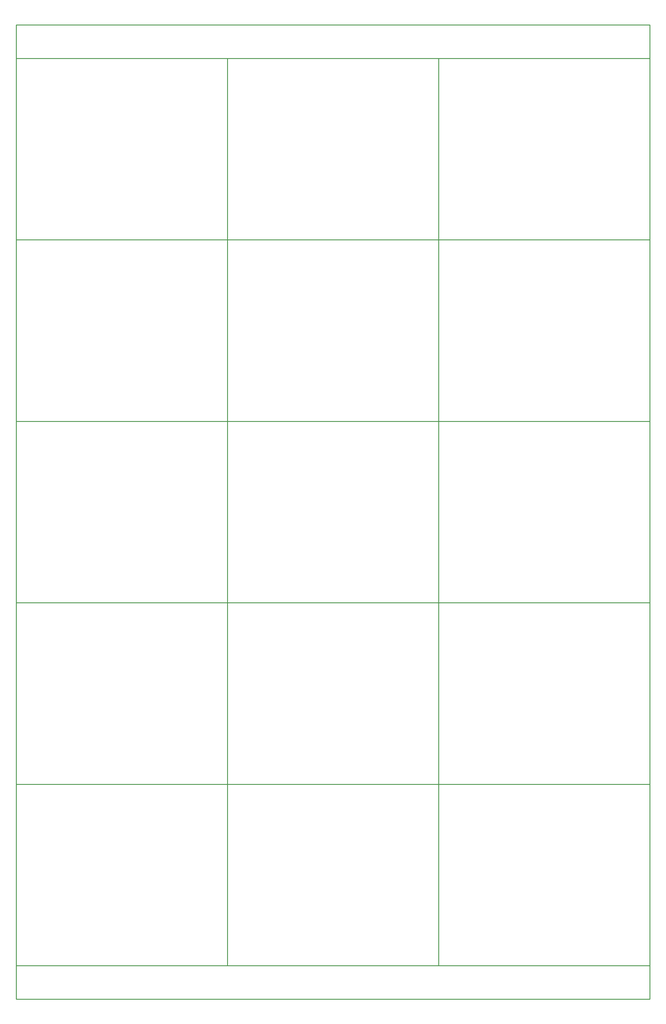
<source format=gko>
*%FSLAX23Y23*%
*%MOIN*%
G01*
%ADD11C,0.003*%
%ADD12C,0.004*%
%ADD13C,0.005*%
%ADD14C,0.007*%
%ADD15C,0.008*%
%ADD16C,0.010*%
%ADD17C,0.012*%
%ADD18C,0.014*%
%ADD19C,0.016*%
%ADD20C,0.020*%
%ADD21C,0.024*%
%ADD22O,0.024X0.060*%
%ADD23C,0.032*%
%ADD24C,0.035*%
%ADD25C,0.036*%
%ADD26C,0.039*%
%ADD27C,0.039*%
%ADD28C,0.047*%
%ADD29C,0.050*%
%ADD30C,0.051*%
%ADD31O,0.055X0.071*%
%ADD32C,0.059*%
%ADD33O,0.060X0.024*%
%ADD34C,0.060*%
%ADD35C,0.063*%
%ADD36C,0.067*%
%ADD37C,0.068*%
%ADD38C,0.070*%
%ADD39C,0.071*%
%ADD40C,0.072*%
%ADD41C,0.076*%
%ADD42C,0.078*%
%ADD43C,0.079*%
%ADD44C,0.079*%
%ADD45C,0.080*%
%ADD46C,0.080*%
%ADD47C,0.087*%
%ADD48C,0.091*%
%ADD49C,0.098*%
%ADD50C,0.099*%
%ADD51C,0.100*%
%ADD52C,0.100*%
%ADD53C,0.103*%
%ADD54C,0.107*%
%ADD55C,0.157*%
%ADD56C,0.197*%
%ADD57R,0.025X0.030*%
%ADD58R,0.030X0.040*%
%ADD59R,0.031X0.055*%
%ADD60R,0.040X0.030*%
%ADD61R,0.040X0.040*%
%ADD62R,0.040X0.050*%
%ADD63R,0.050X0.040*%
%ADD64R,0.050X0.080*%
%ADD65R,0.055X0.031*%
%ADD66R,0.063X0.063*%
%ADD67R,0.071X0.071*%
%ADD68R,0.078X0.078*%
%ADD69R,0.079X0.079*%
%ADD70R,0.098X0.098*%
D16*
X6110Y2187D02*
Y2587D01*
Y2587D02*
Y4752D01*
Y6917D01*
Y9082D01*
Y11247D01*
Y13412D01*
Y13812D01*
X13670D01*
Y13412D01*
X11150D01*
Y11247D01*
X13670D01*
Y13412D01*
Y11247D02*
X11150D01*
Y13412D01*
X8630D01*
Y11247D01*
X11150D01*
Y9082D01*
X13670D01*
Y11247D01*
Y9082D02*
X11150D01*
Y11247D01*
X8630D01*
Y13412D01*
X6110D01*
Y11247D02*
X8630D01*
Y9082D01*
X11150D01*
Y6917D01*
X13670D01*
Y9082D01*
Y6917D02*
X11150D01*
Y9082D01*
X8630D01*
Y11247D01*
X6110D01*
Y9082D02*
X8630D01*
Y6917D01*
X11150D01*
Y4752D01*
X13670D01*
Y6917D01*
Y4752D02*
X11150D01*
Y6917D01*
X8630D01*
Y9082D01*
X6110D01*
Y6917D02*
X8630D01*
Y4752D01*
X11150D01*
Y2587D01*
X13670D01*
Y4752D01*
Y2587D02*
Y2187D01*
X6110D01*
Y2587D02*
X8630D01*
Y4752D01*
Y6917D01*
X6110D01*
Y4752D02*
X8630D01*
X11150D01*
Y2587D01*
X8630D01*
Y4752D01*
X6110D01*
D02*
M02*

</source>
